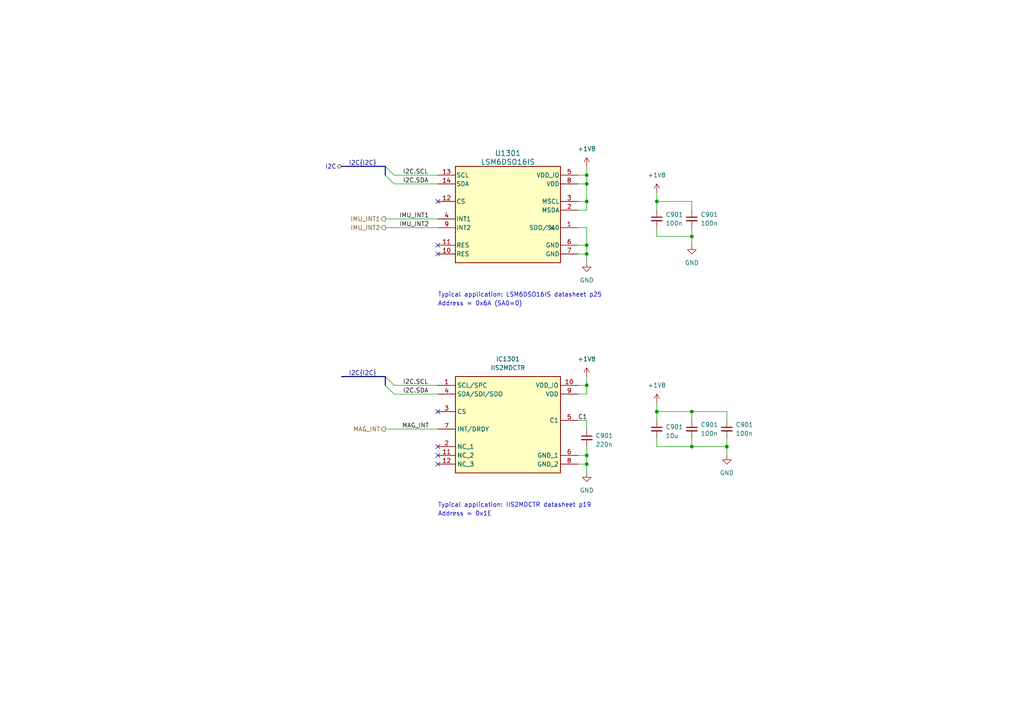
<source format=kicad_sch>
(kicad_sch (version 20230121) (generator eeschema)
  (paper "A4")
  (lib_symbols
    (symbol "Device:C_Small" (pin_numbers hide) (pin_names (offset 0.254) hide)
      (property "Reference" "C" (at 0.254 1.778 0))
      (property "Value" "C_Small" (at 0.254 -2.032 0))
      (symbol "C_Small_0_1"
        (polyline (pts (xy -1.524 -0.508) (xy 1.524 -0.508)) (stroke (width 0.3302)))
        (polyline (pts (xy -1.524 0.508) (xy 1.524 0.508)) (stroke (width 0.3048)))
      )
      (symbol "C_Small_1_1"
        (pin passive line (at 0 2.54 270) (length 2.032) (name "~") (number "1"))
        (pin passive line (at 0 -2.54 90) (length 2.032) (name "~") (number "2"))
      )
    )
    (symbol "IIS2MDCTR:IIS2MDCTR"
      (property "Reference" "U" (at 0 17.78 0))
      (property "Value" "IIS2MDCTR" (at 0 15.24 0))
      (symbol "IIS2MDCTR_1_1"
        (rectangle (start -15.24 12.7) (end 15.24 -15.24) (stroke (width 0.254)) (fill (type background)))
        (pin passive line (at -20.32 10.16 0) (length 5.08) (name "SCL/SPC") (number "1"))
        (pin passive line (at 20.32 10.16 180) (length 5.08) (name "VDD_IO") (number "10"))
        (pin passive line (at -20.32 -10.16 0) (length 5.08) (name "NC_2") (number "11"))
        (pin passive line (at -20.32 -12.7 0) (length 5.08) (name "NC_3") (number "12"))
        (pin passive line (at -20.32 -7.62 0) (length 5.08) (name "NC_1") (number "2"))
        (pin passive line (at -20.32 2.54 0) (length 5.08) (name "CS") (number "3"))
        (pin passive line (at -20.32 7.62 0) (length 5.08) (name "SDA/SDI/SDO") (number "4"))
        (pin passive line (at 20.32 0 180) (length 5.08) (name "C1") (number "5"))
        (pin passive line (at 20.32 -10.16 180) (length 5.08) (name "GND_1") (number "6"))
        (pin passive line (at -20.32 -2.54 0) (length 5.08) (name "INT/DRDY") (number "7"))
        (pin passive line (at 20.32 -12.7 180) (length 5.08) (name "GND_2") (number "8"))
        (pin passive line (at 20.32 7.62 180) (length 5.08) (name "VDD") (number "9"))
      )
    )
    (symbol "LSM6DSO16IS:LSM6DSO16IS" (pin_names (offset 0.254))
      (property "Reference" "U" (at 22.86 10.16 0))
      (property "Value" "LSM6DSO16IS" (at 22.86 7.62 0))
      (symbol "LSM6DSO16IS_0_1"
        (pin unspecified line (at 43.18 -12.7 180) (length 5.08) (name "SDO/SA0") (number "1"))
        (pin unspecified line (at 2.54 -20.32 0) (length 5.08) (name "RES") (number "10"))
        (pin unspecified line (at 2.54 -17.78 0) (length 5.08) (name "RES") (number "11"))
        (pin unspecified line (at 2.54 -5.08 0) (length 5.08) (name "CS") (number "12"))
        (pin unspecified line (at 2.54 2.54 0) (length 5.08) (name "SCL") (number "13"))
        (pin unspecified line (at 2.54 0 0) (length 5.08) (name "SDA") (number "14"))
        (pin unspecified line (at 43.18 -7.62 180) (length 5.08) (name "MSDA") (number "2"))
        (pin unspecified line (at 43.18 -5.08 180) (length 5.08) (name "MSCL") (number "3"))
        (pin input line (at 2.54 -10.16 0) (length 5.08) (name "INT1") (number "4"))
        (pin power_in line (at 43.18 2.54 180) (length 5.08) (name "VDD_IO") (number "5"))
        (pin power_out line (at 43.18 -17.78 180) (length 5.08) (name "GND") (number "6"))
        (pin power_out line (at 43.18 -20.32 180) (length 5.08) (name "GND") (number "7"))
        (pin power_in line (at 43.18 0 180) (length 5.08) (name "VDD") (number "8"))
        (pin input line (at 2.54 -12.7 0) (length 5.08) (name "INT2") (number "9"))
      )
      (symbol "LSM6DSO16IS_1_1"
        (rectangle (start 7.62 5.08) (end 38.1 -22.86) (stroke (width 0.254)) (fill (type background)))
      )
    )
    (symbol "power:+1V8" (power) (pin_names (offset 0))
      (property "Value" "+1V8" (at 0 3.556 0))
      (symbol "+1V8_0_1"
        (polyline (pts (xy -0.762 1.27) (xy 0 2.54)))
        (polyline (pts (xy 0 0) (xy 0 2.54)))
        (polyline (pts (xy 0 2.54) (xy 0.762 1.27)))
      )
      (symbol "+1V8_1_1"
        (pin power_in line (at 0 0 90) (length 0) hide (name "+1V8") (number "1"))
      )
    )
    (symbol "power:GND" (power) (pin_names (offset 0))
      (property "Value" "GND" (at 0 -3.81 0))
      (symbol "GND_0_1"
        (polyline (pts (xy 0 0) (xy 0 -1.27) (xy 1.27 -1.27) (xy 0 -2.54) (xy -1.27 -1.27) (xy 0 -1.27)))
      )
      (symbol "GND_1_1"
        (pin power_in line (at 0 0 270) (length 0) hide (name "GND") (number "1"))
      )
    )
  )
  (junction (at 170.18 53.34))
  (junction (at 210.82 129.54))
  (junction (at 190.5 58.42))
  (junction (at 170.18 71.12))
  (junction (at 190.5 119.38))
  (junction (at 170.18 132.08))
  (junction (at 170.18 73.66))
  (junction (at 200.66 119.38))
  (junction (at 170.18 50.8))
  (junction (at 200.66 68.58))
  (junction (at 170.18 111.76))
  (junction (at 170.18 58.42))
  (junction (at 170.18 134.62))
  (junction (at 200.66 129.54))
  (no_connect (at 127 119.38))
  (no_connect (at 127 58.42))
  (no_connect (at 127 129.54))
  (no_connect (at 127 132.08))
  (no_connect (at 160.02 66.04))
  (no_connect (at 127 134.62))
  (no_connect (at 127 71.12))
  (no_connect (at 127 73.66))
  (bus_entry (at 111.76 50.8) (size 2.54 2.54))
  (bus_entry (at 111.76 111.76) (size 2.54 2.54))
  (bus_entry (at 111.76 48.26) (size 2.54 2.54))
  (bus_entry (at 111.76 109.22) (size 2.54 2.54))
  (wire (pts (xy 170.18 124.46) (xy 170.18 121.92)))
  (wire (pts (xy 190.5 60.96) (xy 190.5 58.42)))
  (wire (pts (xy 170.18 50.8) (xy 170.18 53.34)))
  (wire (pts (xy 170.18 76.2) (xy 170.18 73.66)))
  (wire (pts (xy 170.18 114.3) (xy 167.64 114.3)))
  (wire (pts (xy 114.3 50.8) (xy 127 50.8)))
  (wire (pts (xy 167.64 66.04) (xy 170.18 66.04)))
  (wire (pts (xy 170.18 71.12) (xy 167.64 71.12)))
  (wire (pts (xy 200.66 121.92) (xy 200.66 119.38)))
  (wire (pts (xy 170.18 73.66) (xy 170.18 71.12)))
  (wire (pts (xy 170.18 111.76) (xy 170.18 114.3)))
  (wire (pts (xy 190.5 55.88) (xy 190.5 58.42)))
  (wire (pts (xy 200.66 119.38) (xy 210.82 119.38)))
  (wire (pts (xy 170.18 132.08) (xy 167.64 132.08)))
  (wire (pts (xy 210.82 127) (xy 210.82 129.54)))
  (wire (pts (xy 190.5 121.92) (xy 190.5 119.38)))
  (wire (pts (xy 170.18 58.42) (xy 167.64 58.42)))
  (bus (pts (xy 111.76 109.22) (xy 111.76 111.76)))
  (bus (pts (xy 99.06 48.26) (xy 111.76 48.26)))
  (wire (pts (xy 170.18 53.34) (xy 170.18 58.42)))
  (wire (pts (xy 167.64 50.8) (xy 170.18 50.8)))
  (wire (pts (xy 111.76 124.46) (xy 127 124.46)))
  (wire (pts (xy 170.18 58.42) (xy 170.18 60.96)))
  (wire (pts (xy 170.18 109.22) (xy 170.18 111.76)))
  (wire (pts (xy 200.66 127) (xy 200.66 129.54)))
  (wire (pts (xy 200.66 68.58) (xy 190.5 68.58)))
  (wire (pts (xy 200.66 71.12) (xy 200.66 68.58)))
  (wire (pts (xy 114.3 111.76) (xy 127 111.76)))
  (wire (pts (xy 111.76 63.5) (xy 127 63.5)))
  (bus (pts (xy 99.06 109.22) (xy 111.76 109.22)))
  (wire (pts (xy 200.66 58.42) (xy 190.5 58.42)))
  (wire (pts (xy 170.18 48.26) (xy 170.18 50.8)))
  (wire (pts (xy 200.66 129.54) (xy 190.5 129.54)))
  (wire (pts (xy 170.18 129.54) (xy 170.18 132.08)))
  (wire (pts (xy 170.18 60.96) (xy 167.64 60.96)))
  (wire (pts (xy 170.18 134.62) (xy 170.18 132.08)))
  (wire (pts (xy 170.18 66.04) (xy 170.18 71.12)))
  (wire (pts (xy 170.18 53.34) (xy 167.64 53.34)))
  (bus (pts (xy 111.76 48.26) (xy 111.76 50.8)))
  (wire (pts (xy 200.66 66.04) (xy 200.66 68.58)))
  (wire (pts (xy 114.3 114.3) (xy 127 114.3)))
  (wire (pts (xy 210.82 132.08) (xy 210.82 129.54)))
  (wire (pts (xy 167.64 111.76) (xy 170.18 111.76)))
  (wire (pts (xy 170.18 121.92) (xy 167.64 121.92)))
  (wire (pts (xy 200.66 119.38) (xy 190.5 119.38)))
  (wire (pts (xy 200.66 60.96) (xy 200.66 58.42)))
  (wire (pts (xy 170.18 137.16) (xy 170.18 134.62)))
  (wire (pts (xy 111.76 66.04) (xy 127 66.04)))
  (wire (pts (xy 190.5 68.58) (xy 190.5 66.04)))
  (wire (pts (xy 114.3 53.34) (xy 127 53.34)))
  (wire (pts (xy 210.82 129.54) (xy 200.66 129.54)))
  (wire (pts (xy 167.64 134.62) (xy 170.18 134.62)))
  (wire (pts (xy 190.5 116.84) (xy 190.5 119.38)))
  (wire (pts (xy 190.5 129.54) (xy 190.5 127)))
  (wire (pts (xy 210.82 121.92) (xy 210.82 119.38)))
  (wire (pts (xy 167.64 73.66) (xy 170.18 73.66)))
  (text "Address = 0x1E" (at 127 149.86 0) (effects (font (size 1.27 1.27)) (justify left bottom)))
  (text "Address = 0x6A (SA0=0)" (at 127 88.9 0) (effects (font (size 1.27 1.27)) (justify left bottom)))
  (text "Typical application: LSM6DSO16IS datasheet p25" (at 127 86.36 0) (effects (font (size 1.27 1.27)) (justify left bottom)))
  (text "Typical application: IIS2MDCTR datasheet p19" (at 127 147.32 0) (effects (font (size 1.27 1.27)) (justify left bottom)))
  (label "IMU_INT2" (at 124.46 66.04 180))
  (label "I2C.SDA" (at 116.84 53.34 0))
  (label "I2C{I2C}" (at 109.22 109.22 180))
  (label "I2C.SDA" (at 116.84 114.3 0))
  (label "I2C.SCL" (at 116.84 111.76 0))
  (label "IMU_INT1" (at 124.46 63.5 180))
  (label "I2C.SCL" (at 116.84 50.8 0))
  (label "I2C{I2C}" (at 109.22 48.26 180))
  (label "C1" (at 167.64 121.92 0))
  (label "MAG_INT" (at 124.46 124.46 180))
  (hierarchical_label "IMU_INT1" (shape output) (at 111.76 63.5 180))
  (hierarchical_label "MAG_INT" (shape output) (at 111.76 124.46 180))
  (hierarchical_label "I2C" (shape bidirectional) (at 99.06 48.26 180) (property "DSI" "DSI" (effects hide)))
  (hierarchical_label "IMU_INT2" (shape output) (at 111.76 66.04 180))
  (symbol (lib_id "Device:C_Small") (at 200.66 63.5 0) (unit 1)
    (property "Reference" "C901" (at 203.2 62.2363 0) (effects (justify left)))
    (property "Value" "100n" (at 203.2 64.7763 0) (effects (justify left)))
    (property "Footprint" "Capacitor_SMD:C_0402_1005Metric" (effects hide))
    (instances (project "watch_main" (path "" (reference "C901") (unit 1)) (path "" (reference "C1304") (unit 1))))
  )
  (symbol (lib_id "Device:C_Small") (at 210.82 124.46 0) (unit 1)
    (property "Reference" "C901" (at 213.36 123.1963 0) (effects (justify left)))
    (property "Value" "100n" (at 213.36 125.7363 0) (effects (justify left)))
    (property "Footprint" "Capacitor_SMD:C_0402_1005Metric" (effects hide))
    (instances (project "watch_main" (path "" (reference "C901") (unit 1)) (path "" (reference "C1306") (unit 1))))
  )
  (symbol (lib_id "Device:C_Small") (at 170.18 127 0) (unit 1)
    (property "Reference" "C901" (at 172.72 126.3713 0) (effects (justify left)))
    (property "Value" "220n" (at 172.72 128.9113 0) (effects (justify left)))
    (property "Footprint" "Capacitor_SMD:C_0402_1005Metric" (effects hide))
    (instances (project "watch_main" (path "" (reference "C901") (unit 1)) (path "" (reference "C1301") (unit 1))))
  )
  (symbol (lib_id "power:+1V8") (at 190.5 55.88 0) (unit 1)
    (property "Reference" "#PWR01305" (effects hide))
    (property "Value" "+1V8" (at 190.5 50.8 0))
  )
  (symbol (lib_id "power:+1V8") (at 190.5 116.84 0) (unit 1)
    (property "Reference" "#PWR01307" (effects hide))
    (property "Value" "+1V8" (at 190.5 111.76 0))
    (instances (project "watch_main" (path "" (reference "#PWR01306") (unit 1))))
  )
  (symbol (lib_id "Device:C_Small") (at 190.5 63.5 0) (unit 1)
    (property "Reference" "C901" (at 193.04 62.2363 0) (effects (justify left)))
    (property "Value" "100n" (at 193.04 64.7763 0) (effects (justify left)))
    (property "Footprint" "Capacitor_SMD:C_0402_1005Metric" (effects hide))
    (instances (project "watch_main" (path "" (reference "C901") (unit 1)) (path "" (reference "C1302") (unit 1))))
  )
  (symbol (lib_id "power:GND") (at 170.18 137.16 0) (unit 1)
    (property "Reference" "#PWR01301" (effects hide))
    (property "Value" "GND" (at 170.18 142.24 0))
    (instances (project "watch_main" (path "" (reference "#PWR01304") (unit 1))))
  )
  (symbol (lib_id "power:GND") (at 210.82 132.08 0) (unit 1)
    (property "Reference" "#PWR01308" (effects hide))
    (property "Value" "GND" (at 210.82 137.16 0))
  )
  (symbol (lib_id "power:+1V8") (at 170.18 48.26 0) (unit 1)
    (property "Reference" "#PWR01302" (effects hide))
    (property "Value" "+1V8" (at 170.18 43.18 0))
    (instances (project "watch_main" (path "" (reference "#PWR01301") (unit 1))))
  )
  (symbol (lib_id "power:GND") (at 170.18 76.2 0) (unit 1)
    (property "Reference" "#PWR01303" (effects hide))
    (property "Value" "GND" (at 170.18 81.28 0))
    (instances (project "watch_main" (path "" (reference "#PWR01302") (unit 1))))
  )
  (symbol (lib_id "power:GND") (at 200.66 71.12 0) (unit 1)
    (property "Reference" "#PWR01304" (effects hide))
    (property "Value" "GND" (at 200.66 76.2 0))
    (instances (project "watch_main" (path "" (reference "#PWR01307") (unit 1))))
  )
  (symbol (lib_id "LSM6DSO16IS:LSM6DSO16IS") (at 124.46 53.34 0) (unit 1)
    (property "Reference" "U1301" (at 147.32 44.45 0) (effects (font (size 1.524 1.524))))
    (property "Value" "LSM6DSO16IS" (at 147.32 46.99 0) (effects (font (size 1.524 1.524))))
    (property "Footprint" "LGA14_LSM6_STM" (effects hide))
    (property "Datasheet" "https://www.mouser.co.uk/datasheet/2/389/lsm6dso16is-3000171.pdf" (effects hide))
  )
  (symbol (lib_id "IIS2MDCTR:IIS2MDCTR") (at 147.32 121.92 0) (unit 1)
    (property "Reference" "IC1301" (at 147.32 104.14 0))
    (property "Value" "IIS2MDCTR" (at 147.32 106.68 0))
    (property "Footprint" "watch_footprints:IIS2MDCTR" (effects hide))
    (property "Datasheet" "https://www.st.com/resource/en/datasheet/iis2mdc.pdf" (effects hide))
    (property "Height" "0.7" (effects hide))
    (property "Mouser Part Number" "511-IIS2MDCTR" (effects hide))
    (property "Mouser Price/Stock" "https://www.mouser.co.uk/ProductDetail/STMicroelectronics/IIS2MDCTR?qs=1mbolxNpo8ems1K%2FRdQzXg%3D%3D" (effects hide))
    (property "Manufacturer_Name" "STMicroelectronics" (effects hide))
    (property "Manufacturer_Part_Number" "IIS2MDCTR" (effects hide))
  )
  (symbol (lib_id "Device:C_Small") (at 200.66 124.46 0) (unit 1)
    (property "Reference" "C901" (at 203.2 123.1963 0) (effects (justify left)))
    (property "Value" "100n" (at 203.2 125.7363 0) (effects (justify left)))
    (property "Footprint" "Capacitor_SMD:C_0402_1005Metric" (effects hide))
    (instances (project "watch_main" (path "" (reference "C901") (unit 1)) (path "" (reference "C1305") (unit 1))))
  )
  (symbol (lib_id "power:+1V8") (at 170.18 109.22 0) (unit 1)
    (property "Reference" "#PWR01306" (effects hide))
    (property "Value" "+1V8" (at 170.18 104.14 0))
    (instances (project "watch_main" (path "" (reference "#PWR01303") (unit 1))))
  )
  (symbol (lib_id "Device:C_Small") (at 190.5 124.46 0) (unit 1)
    (property "Reference" "C901" (at 193.04 123.8313 0) (effects (justify left)))
    (property "Value" "10u" (at 193.04 126.3713 0) (effects (justify left)))
    (property "Footprint" "Capacitor_SMD:C_0402_1005Metric" (effects hide))
    (instances (project "watch_main" (path "" (reference "C901") (unit 1)) (path "" (reference "C1303") (unit 1))))
  )
)
</source>
